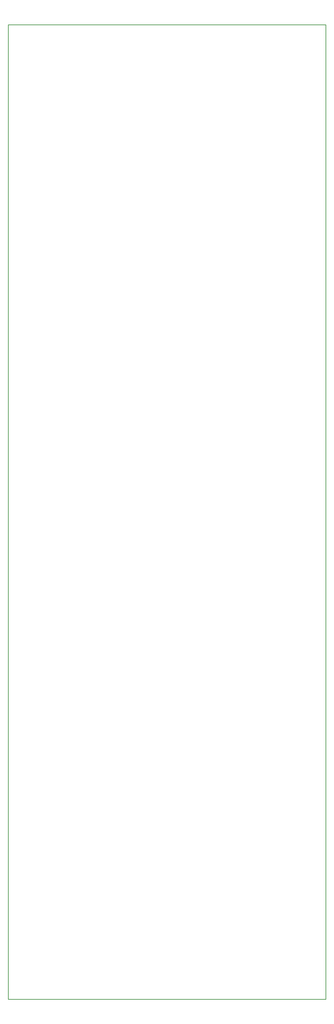
<source format=gko>
G04 ---------------------------- Layer name :KeepOutLayer*
G04 EasyEDA v5.8.16, Sun, 14 Oct 2018 04:50:05 GMT*
G04 5a396672bee444fbbd75647f7a64e84d*
G04 Gerber Generator version 0.2*
G04 Scale: 100 percent, Rotated: No, Reflected: No *
G04 Dimensions in millimeters *
G04 leading zeros omitted , absolute positions ,3 integer and 3 decimal *
%FSLAX33Y33*%
%MOMM*%
G90*
G71D02*

%ADD10C,0.254000*%
G54D10*
G01X124206Y24892D02*
G01X124206Y380250D01*
G01X124206Y380238D02*
G01X0Y380238D01*
G01X0Y380238D02*
G01X0Y0D01*
G01X124206Y0D01*
G01X124206Y24892D01*

%LPD*%
M00*
M02*

</source>
